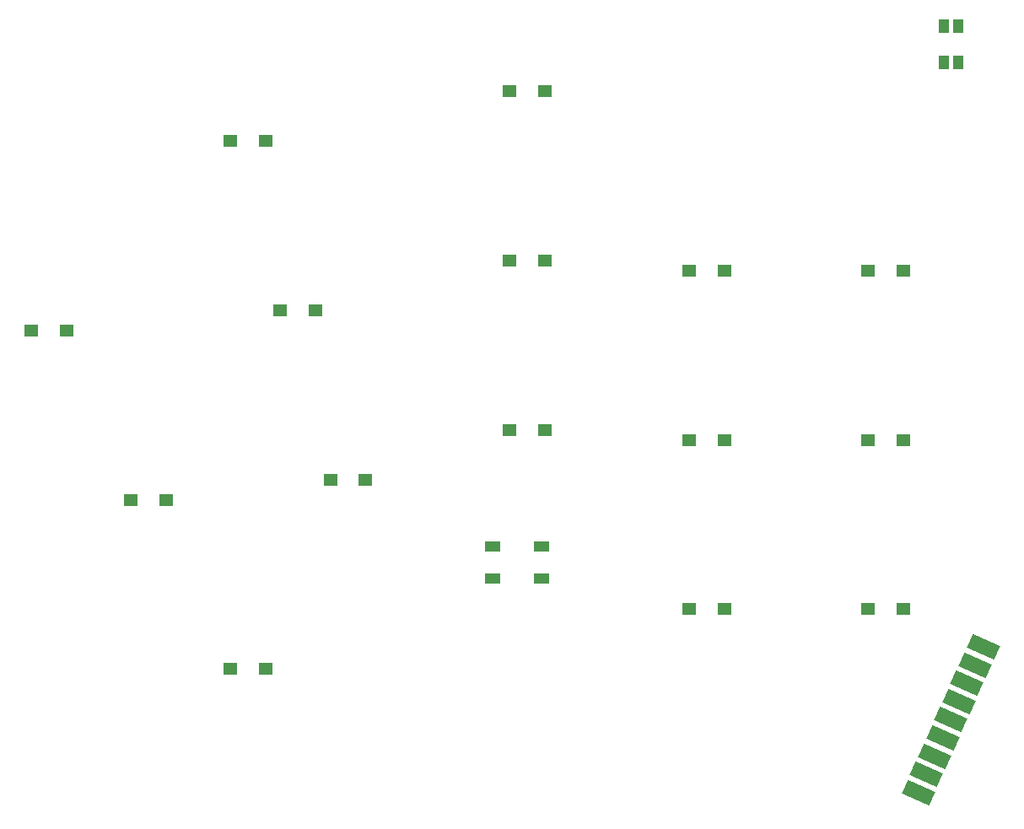
<source format=gbr>
%TF.GenerationSoftware,KiCad,Pcbnew,(6.0.6)*%
%TF.CreationDate,2022-07-28T22:41:14-07:00*%
%TF.ProjectId,left_main_routed,6c656674-5f6d-4616-996e-5f726f757465,v1.0.0*%
%TF.SameCoordinates,Original*%
%TF.FileFunction,Paste,Top*%
%TF.FilePolarity,Positive*%
%FSLAX46Y46*%
G04 Gerber Fmt 4.6, Leading zero omitted, Abs format (unit mm)*
G04 Created by KiCad (PCBNEW (6.0.6)) date 2022-07-28 22:41:14*
%MOMM*%
%LPD*%
G01*
G04 APERTURE LIST*
G04 Aperture macros list*
%AMRotRect*
0 Rectangle, with rotation*
0 The origin of the aperture is its center*
0 $1 length*
0 $2 width*
0 $3 Rotation angle, in degrees counterclockwise*
0 Add horizontal line*
21,1,$1,$2,0,0,$3*%
G04 Aperture macros list end*
%ADD10R,1.400000X1.300000*%
%ADD11RotRect,3.000000X1.500000X156.037511*%
%ADD12R,1.050000X1.400000*%
%ADD13R,1.500000X1.000000*%
G04 APERTURE END LIST*
D10*
%TO.C,D28*%
X-70225000Y25300000D03*
X-73775000Y25300000D03*
%TD*%
%TO.C,D19*%
X-11225000Y12300000D03*
X-14775000Y12300000D03*
%TD*%
%TO.C,D32*%
X-95225000Y23300000D03*
X-98775000Y23300000D03*
%TD*%
%TO.C,D20*%
X-11225000Y29300000D03*
X-14775000Y29300000D03*
%TD*%
%TO.C,D18*%
X-11225000Y-4700000D03*
X-14775000Y-4700000D03*
%TD*%
%TO.C,D30*%
X-75225000Y-10700000D03*
X-78775000Y-10700000D03*
%TD*%
%TO.C,D24*%
X-47225000Y13300000D03*
X-50775000Y13300000D03*
%TD*%
%TO.C,D26*%
X-47225000Y47300000D03*
X-50775000Y47300000D03*
%TD*%
%TO.C,D22*%
X-29225000Y12300000D03*
X-32775000Y12300000D03*
%TD*%
%TO.C,D21*%
X-29225000Y-4700000D03*
X-32775000Y-4700000D03*
%TD*%
%TO.C,D27*%
X-65225000Y8300000D03*
X-68775000Y8300000D03*
%TD*%
D11*
%TO.C,J9*%
X-3238490Y-8479925D03*
X-4050767Y-10307548D03*
X-4863044Y-12135171D03*
X-5675321Y-13962794D03*
X-6487598Y-15790417D03*
X-7299875Y-17618040D03*
X-8112152Y-19445663D03*
X-8924429Y-21273286D03*
X-9736706Y-23100909D03*
%TD*%
D12*
%TO.C,RST2*%
X-7220000Y53800000D03*
X-7220000Y50200000D03*
X-5780000Y53800000D03*
X-5780000Y50200000D03*
%TD*%
D10*
%TO.C,D23*%
X-29225000Y29300000D03*
X-32775000Y29300000D03*
%TD*%
D13*
%TO.C,DS11*%
X-52450000Y1600000D03*
X-52450000Y-1600000D03*
X-47550000Y-1600000D03*
X-47550000Y1600000D03*
%TD*%
D10*
%TO.C,D31*%
X-85225000Y6300000D03*
X-88775000Y6300000D03*
%TD*%
%TO.C,D25*%
X-47225000Y30300000D03*
X-50775000Y30300000D03*
%TD*%
%TO.C,D29*%
X-75225000Y42300000D03*
X-78775000Y42300000D03*
%TD*%
M02*

</source>
